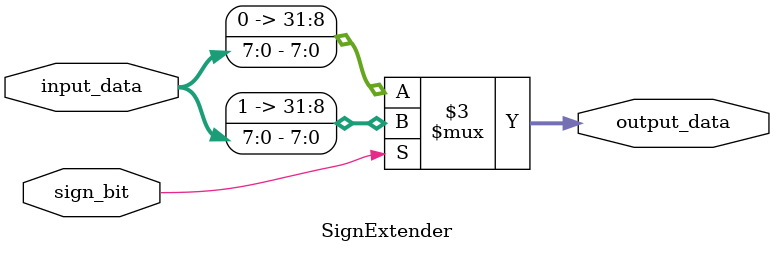
<source format=sv>
module SignExtender (
  input logic [7:0] input_data,
  input logic sign_bit,
  output logic [31:0] output_data
);

  // Output the sign-extended data
  always_comb begin
    if (sign_bit) // If sign bit is 1 (negative), extend with 1s
      output_data = {{24{1'b1}}, input_data};
    else // If sign bit is 0 (positive), extend with 0s
      output_data = {{24{1'b0}}, input_data};
  end

endmodule


</source>
